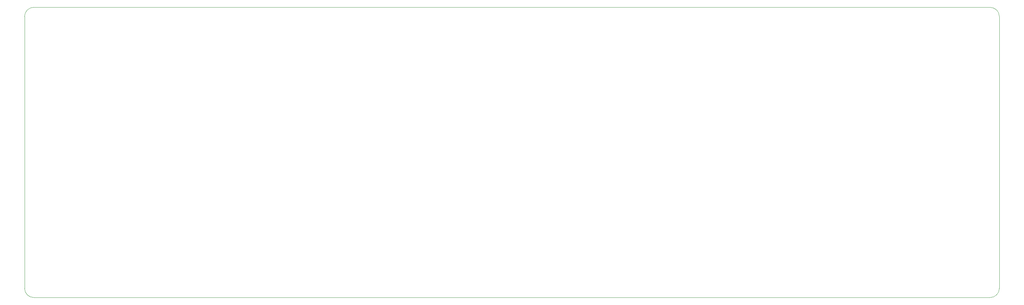
<source format=gbr>
%TF.GenerationSoftware,KiCad,Pcbnew,7.0.1-0*%
%TF.CreationDate,2023-08-02T22:11:56-05:00*%
%TF.ProjectId,pcb,7063622e-6b69-4636-9164-5f7063625858,rev?*%
%TF.SameCoordinates,Original*%
%TF.FileFunction,Profile,NP*%
%FSLAX46Y46*%
G04 Gerber Fmt 4.6, Leading zero omitted, Abs format (unit mm)*
G04 Created by KiCad (PCBNEW 7.0.1-0) date 2023-08-02 22:11:56*
%MOMM*%
%LPD*%
G01*
G04 APERTURE LIST*
%TA.AperFunction,Profile*%
%ADD10C,0.100000*%
%TD*%
G04 APERTURE END LIST*
D10*
X276820545Y-95845397D02*
G75*
G03*
X279201797Y-93464141I-45J2381297D01*
G01*
X279201798Y-23217206D02*
X279201797Y-93464141D01*
X27979711Y-93464141D02*
X27979711Y-23217207D01*
X279201746Y-23217206D02*
G75*
G03*
X276820546Y-20835954I-2381246J6D01*
G01*
X276820545Y-95845393D02*
X30360963Y-95845393D01*
X30360963Y-20835951D02*
G75*
G03*
X27979711Y-23217207I-3J-2381249D01*
G01*
X30360963Y-20835955D02*
X276820546Y-20835954D01*
X27979707Y-93464141D02*
G75*
G03*
X30360963Y-95845393I2381193J-59D01*
G01*
M02*

</source>
